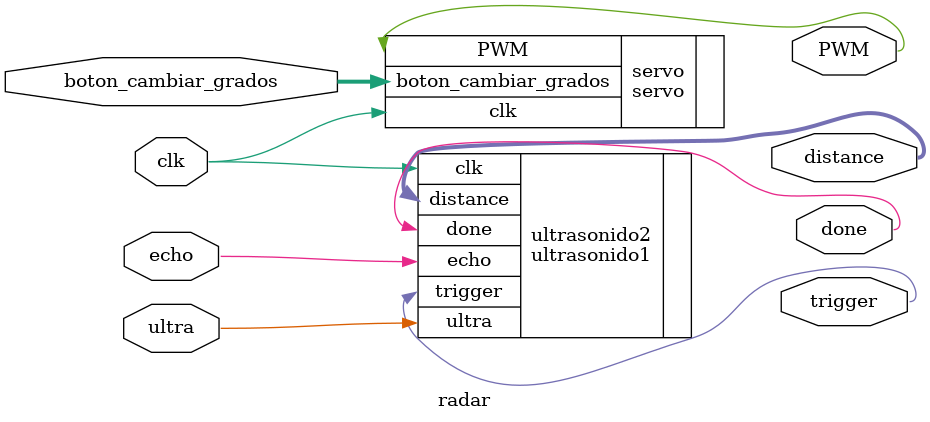
<source format=v>
`timescale 10ns/1ns
 module radar(  input clk, input echo, input [1:0] boton_cambiar_grados, output done, output trigger,
 output [15:0] distance, output PWM, input ultra);




 
 
 
 
 
 
 	
	
 
 
 
 
 servo   servo( .clk (clk), .PWM(PWM), .boton_cambiar_grados(boton_cambiar_grados));
 ultrasonido1 ultrasonido2( .ultra(ultra), .clk(clk),  .echo(echo), .done(done), .trigger(trigger),.distance(distance));

 
 endmodule
</source>
